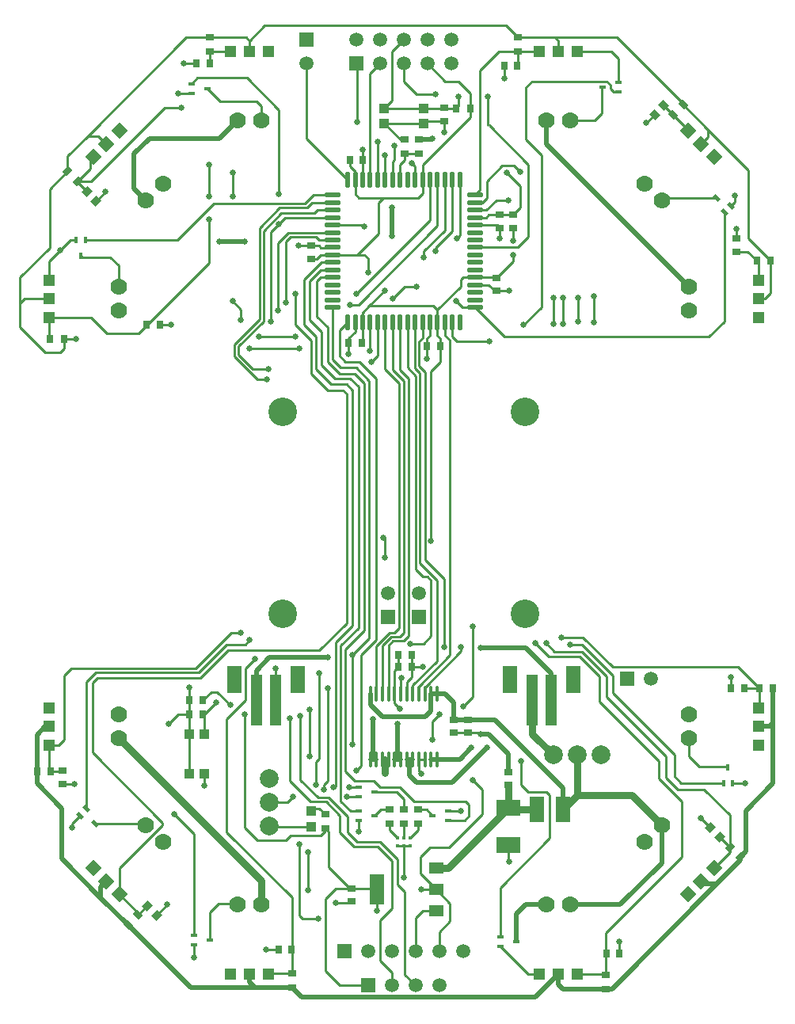
<source format=gtl>
%FSLAX25Y25*%
%MOIN*%
G70*
G01*
G75*
G04 Layer_Physical_Order=1*
G04 Layer_Color=13311*
%ADD10R,0.06299X0.11811*%
%ADD11R,0.04921X0.21654*%
%ADD12R,0.03543X0.02756*%
%ADD13R,0.03150X0.01575*%
%ADD14R,0.01772X0.01772*%
%ADD15R,0.01575X0.01772*%
%ADD16R,0.06299X0.10630*%
G04:AMPARAMS|DCode=17|XSize=35.43mil|YSize=31.5mil|CornerRadius=0mil|HoleSize=0mil|Usage=FLASHONLY|Rotation=135.000|XOffset=0mil|YOffset=0mil|HoleType=Round|Shape=Rectangle|*
%AMROTATEDRECTD17*
4,1,4,0.02366,-0.00139,0.00139,-0.02366,-0.02366,0.00139,-0.00139,0.02366,0.02366,-0.00139,0.0*
%
%ADD17ROTATEDRECTD17*%

%ADD18R,0.09843X0.06693*%
%ADD19R,0.03543X0.03150*%
%ADD20R,0.06299X0.12992*%
%ADD21R,0.06299X0.05118*%
%ADD22R,0.03937X0.04331*%
%ADD23R,0.03150X0.03543*%
G04:AMPARAMS|DCode=24|XSize=35.43mil|YSize=31.5mil|CornerRadius=0mil|HoleSize=0mil|Usage=FLASHONLY|Rotation=225.000|XOffset=0mil|YOffset=0mil|HoleType=Round|Shape=Rectangle|*
%AMROTATEDRECTD24*
4,1,4,0.00139,0.02366,0.02366,0.00139,-0.00139,-0.02366,-0.02366,-0.00139,0.00139,0.02366,0.0*
%
%ADD24ROTATEDRECTD24*%

%ADD25O,0.01378X0.06693*%
%ADD26R,0.02756X0.03543*%
G04:AMPARAMS|DCode=27|XSize=35.43mil|YSize=27.56mil|CornerRadius=0mil|HoleSize=0mil|Usage=FLASHONLY|Rotation=315.000|XOffset=0mil|YOffset=0mil|HoleType=Round|Shape=Rectangle|*
%AMROTATEDRECTD27*
4,1,4,-0.02227,0.00278,-0.00278,0.02227,0.02227,-0.00278,0.00278,-0.02227,-0.02227,0.00278,0.0*
%
%ADD27ROTATEDRECTD27*%

G04:AMPARAMS|DCode=28|XSize=35.43mil|YSize=27.56mil|CornerRadius=0mil|HoleSize=0mil|Usage=FLASHONLY|Rotation=45.000|XOffset=0mil|YOffset=0mil|HoleType=Round|Shape=Rectangle|*
%AMROTATEDRECTD28*
4,1,4,-0.00278,-0.02227,-0.02227,-0.00278,0.00278,0.02227,0.02227,0.00278,-0.00278,-0.02227,0.0*
%
%ADD28ROTATEDRECTD28*%

G04:AMPARAMS|DCode=29|XSize=15.75mil|YSize=31.5mil|CornerRadius=0mil|HoleSize=0mil|Usage=FLASHONLY|Rotation=225.000|XOffset=0mil|YOffset=0mil|HoleType=Round|Shape=Rectangle|*
%AMROTATEDRECTD29*
4,1,4,-0.00557,0.01670,0.01670,-0.00557,0.00557,-0.01670,-0.01670,0.00557,-0.00557,0.01670,0.0*
%
%ADD29ROTATEDRECTD29*%

%ADD30R,0.01575X0.03150*%
%ADD31O,0.02165X0.06890*%
%ADD32O,0.06890X0.02165*%
%ADD33R,0.03937X0.03937*%
%ADD34R,0.03937X0.03937*%
%ADD35C,0.01000*%
%ADD36C,0.02000*%
%ADD37C,0.03000*%
%ADD38C,0.12000*%
%ADD39R,0.05906X0.05906*%
%ADD40C,0.05906*%
%ADD41R,0.05906X0.05906*%
%ADD42R,0.04921X0.04921*%
%ADD43P,0.06960X4X180.0*%
%ADD44R,0.04921X0.04921*%
%ADD45P,0.06960X4X270.0*%
%ADD46C,0.07000*%
%ADD47C,0.07874*%
%ADD48C,0.02500*%
D10*
X71386Y-70142D02*
D03*
X44614D02*
D03*
X-44614D02*
D03*
X-71386D02*
D03*
D11*
X61937Y-79000D02*
D03*
X54063D02*
D03*
X-54063D02*
D03*
X-61937D02*
D03*
D12*
X6000Y-125047D02*
D03*
Y-130953D02*
D03*
X0Y-125047D02*
D03*
Y-130953D02*
D03*
X-6000Y-125047D02*
D03*
Y-130953D02*
D03*
X-33000Y-127047D02*
D03*
Y-132953D02*
D03*
X48000Y199953D02*
D03*
Y194047D02*
D03*
X-81500Y199953D02*
D03*
Y194047D02*
D03*
X85000Y-200453D02*
D03*
Y-194547D02*
D03*
X-47000Y-199953D02*
D03*
Y-194047D02*
D03*
X500Y151047D02*
D03*
Y156953D02*
D03*
X6500Y156953D02*
D03*
Y151047D02*
D03*
D13*
X18846Y-129469D02*
D03*
Y-125531D02*
D03*
X12154Y-127500D02*
D03*
X-18846Y-115532D02*
D03*
Y-119468D02*
D03*
X-12154Y-117500D02*
D03*
X-18846Y-125531D02*
D03*
Y-129469D02*
D03*
X-12154Y-127500D02*
D03*
X90346Y177032D02*
D03*
Y180968D02*
D03*
X83653Y179000D02*
D03*
X-89346Y180468D02*
D03*
Y176532D02*
D03*
X-82653Y178500D02*
D03*
X40653Y-178532D02*
D03*
Y-182468D02*
D03*
X47346Y-180500D02*
D03*
X-88346Y-178032D02*
D03*
Y-181968D02*
D03*
X-81653Y-180000D02*
D03*
D14*
X2657Y-140173D02*
D03*
X-2657D02*
D03*
Y-136827D02*
D03*
X2657D02*
D03*
D15*
X0Y-140173D02*
D03*
Y-136827D02*
D03*
D16*
X67012Y-125000D02*
D03*
X55988D02*
D03*
D17*
X105551Y167551D02*
D03*
X109449Y171449D02*
D03*
D18*
X44000Y-124126D02*
D03*
Y-139874D02*
D03*
D19*
X140000Y115256D02*
D03*
Y109744D02*
D03*
X46000Y125256D02*
D03*
Y119744D02*
D03*
X39000Y93244D02*
D03*
Y98756D02*
D03*
X-39000Y112256D02*
D03*
Y106744D02*
D03*
X17000Y164744D02*
D03*
Y170256D02*
D03*
X40500Y125256D02*
D03*
Y119744D02*
D03*
X-143500Y-108744D02*
D03*
Y-114256D02*
D03*
X21000Y-87244D02*
D03*
Y-92756D02*
D03*
X27000Y-87244D02*
D03*
Y-92756D02*
D03*
X-22000Y-158244D02*
D03*
Y-163756D02*
D03*
X44000Y-109244D02*
D03*
Y-114756D02*
D03*
D20*
X-11248Y-158500D02*
D03*
D21*
X13555Y-167555D02*
D03*
Y-158500D02*
D03*
Y-149445D02*
D03*
D22*
X-39000Y-125654D02*
D03*
Y-132346D02*
D03*
D23*
X42244Y188000D02*
D03*
X47756D02*
D03*
X-87256Y189000D02*
D03*
X-81744D02*
D03*
X-102744Y79000D02*
D03*
X-108256D02*
D03*
X-23256Y71500D02*
D03*
X-17744D02*
D03*
X9744Y70000D02*
D03*
X15256D02*
D03*
X-17244Y148500D02*
D03*
X-22756D02*
D03*
X-84744Y-85000D02*
D03*
X-90256D02*
D03*
X-47244Y-184000D02*
D03*
X-52756D02*
D03*
X85244Y-185500D02*
D03*
X90756D02*
D03*
X143256Y-74000D02*
D03*
X137744D02*
D03*
X-2256Y-65000D02*
D03*
X3256D02*
D03*
X-2256Y-60000D02*
D03*
X3256D02*
D03*
D24*
X-129551Y131051D02*
D03*
X-133449Y134949D02*
D03*
X-107949Y-165551D02*
D03*
X-104051Y-169449D02*
D03*
X132949Y-136449D02*
D03*
X129051Y-132551D02*
D03*
D25*
X14075Y-76221D02*
D03*
X11516D02*
D03*
X8957D02*
D03*
X6398D02*
D03*
X3839D02*
D03*
X1280D02*
D03*
X-1280D02*
D03*
X-3839D02*
D03*
X-6398D02*
D03*
X-8957D02*
D03*
X-11516D02*
D03*
X-14075D02*
D03*
X14075Y-103779D02*
D03*
X11516D02*
D03*
X8957D02*
D03*
X6398D02*
D03*
X3839D02*
D03*
X1280D02*
D03*
X-1280D02*
D03*
X-3839D02*
D03*
X-6398D02*
D03*
X-8957D02*
D03*
X-11516D02*
D03*
X-14075D02*
D03*
D26*
X154453Y106000D02*
D03*
X148547D02*
D03*
X-143047Y73000D02*
D03*
X-148953D02*
D03*
X155453Y-74000D02*
D03*
X149547D02*
D03*
X-154453Y-109000D02*
D03*
X-148547D02*
D03*
X-84547Y-79000D02*
D03*
X-90453D02*
D03*
X22047Y170000D02*
D03*
X27953D02*
D03*
D27*
X117588Y171588D02*
D03*
X113412Y167412D02*
D03*
X-116088Y-173588D02*
D03*
X-111912Y-169412D02*
D03*
D28*
X-141588Y143588D02*
D03*
X-137412Y139412D02*
D03*
X141588Y-145088D02*
D03*
X137412Y-140912D02*
D03*
D29*
X134974Y126242D02*
D03*
X137758Y129026D02*
D03*
X131634Y132366D02*
D03*
X-133474Y-124742D02*
D03*
X-136258Y-127526D02*
D03*
X-130134Y-130866D02*
D03*
D30*
X-134031Y114847D02*
D03*
X-137969D02*
D03*
X-136000Y108153D02*
D03*
X134531Y-113847D02*
D03*
X138469D02*
D03*
X136500Y-107153D02*
D03*
D31*
X23622Y140020D02*
D03*
X20472D02*
D03*
X17323D02*
D03*
X14173D02*
D03*
X11024D02*
D03*
X7874D02*
D03*
X4724D02*
D03*
X1575D02*
D03*
X-1575D02*
D03*
X-4724D02*
D03*
X-7874D02*
D03*
X-11024D02*
D03*
X-14173D02*
D03*
X-17323D02*
D03*
X-20472D02*
D03*
X-23622D02*
D03*
X-23622Y79980D02*
D03*
X-20472D02*
D03*
X-17323D02*
D03*
X-14173D02*
D03*
X-11024D02*
D03*
X-7874D02*
D03*
X-4724D02*
D03*
X-1575D02*
D03*
X1575D02*
D03*
X4724D02*
D03*
X7874D02*
D03*
X11024D02*
D03*
X14173D02*
D03*
X17323D02*
D03*
X20472D02*
D03*
X23622D02*
D03*
D32*
X-30020Y133622D02*
D03*
Y130473D02*
D03*
Y127323D02*
D03*
Y124173D02*
D03*
Y121024D02*
D03*
Y117874D02*
D03*
Y114724D02*
D03*
Y111575D02*
D03*
Y108425D02*
D03*
Y105276D02*
D03*
Y102126D02*
D03*
Y98976D02*
D03*
Y95827D02*
D03*
Y92677D02*
D03*
Y89528D02*
D03*
Y86378D02*
D03*
X30020Y86378D02*
D03*
Y89528D02*
D03*
Y92677D02*
D03*
Y95827D02*
D03*
Y98976D02*
D03*
Y102126D02*
D03*
Y105276D02*
D03*
Y108425D02*
D03*
Y111575D02*
D03*
Y114724D02*
D03*
Y117874D02*
D03*
Y121024D02*
D03*
Y124173D02*
D03*
Y127323D02*
D03*
Y130473D02*
D03*
Y133622D02*
D03*
D33*
X-90150Y-109768D02*
D03*
Y-93232D02*
D03*
X-83850Y-109768D02*
D03*
Y-93232D02*
D03*
D34*
X-8268Y170150D02*
D03*
X8268D02*
D03*
X-8268Y163850D02*
D03*
X8268D02*
D03*
D35*
X-10500Y117500D02*
Y130500D01*
X-19500Y108500D02*
X-10500Y117500D01*
X-19500Y108500D02*
X-16500D01*
X-15000Y101000D02*
Y107000D01*
X-16500Y108500D02*
X-15000Y107000D01*
X-8500Y-10500D02*
X-8000Y-11000D01*
Y-19000D02*
Y-11000D01*
X12000Y-88000D02*
X15000Y-85000D01*
X12000Y-95500D02*
Y-88000D01*
X-3839Y-80161D02*
Y-76221D01*
Y-80161D02*
X-1500Y-82500D01*
X-90150Y-109768D02*
Y-93232D01*
X49500Y-114500D02*
Y-104500D01*
Y-114500D02*
X52500Y-117500D01*
X40653Y-178532D02*
Y-157846D01*
X61500Y-137000D01*
Y-119000D01*
X60000Y-117500D02*
X61500Y-119000D01*
X52500Y-117500D02*
X60000D01*
X-67000Y-132500D02*
Y-85000D01*
Y-132500D02*
X-61500Y-138000D01*
X-49500D01*
X-47500Y-136000D01*
X-35000D01*
X-33000Y-134000D01*
Y-132953D01*
X-78500Y-75500D02*
X-73000Y-81000D01*
X-54063Y-65563D02*
X-54000Y-65500D01*
X-54063Y-79000D02*
Y-65563D01*
X-81047Y-75500D02*
X-78500D01*
X-84547Y-79000D02*
X-81047Y-75500D01*
X29000Y-77500D02*
Y-48000D01*
X25000Y-81500D02*
X29000Y-77500D01*
X-52200Y128300D02*
X-40700D01*
X-60700Y119800D02*
X-52200Y128300D01*
X-60700Y81300D02*
Y119800D01*
X-71200Y70800D02*
X-60700Y81300D01*
X-71200Y65700D02*
Y70800D01*
Y65700D02*
X-61500Y56000D01*
X-57500D01*
X-48000Y-113000D02*
Y-86500D01*
Y-113000D02*
X-39300Y-121700D01*
X-43500Y-112500D02*
Y-85500D01*
Y-112500D02*
X-36000Y-120000D01*
X-39300Y-121700D02*
X-32800D01*
X-36000Y-120000D02*
X-31500D01*
X-32800Y-121700D02*
X-27000Y-127500D01*
Y-134500D02*
Y-127500D01*
Y-134500D02*
X-21000Y-140500D01*
X-11000D01*
X-5000Y-146500D01*
Y-166500D02*
Y-146500D01*
X-10000Y-171500D02*
X-5000Y-166500D01*
X-10000Y-188500D02*
Y-171500D01*
Y-188500D02*
X-5000Y-193500D01*
Y-199000D02*
Y-193500D01*
X-31500Y-120000D02*
X-23500Y-128000D01*
Y-134500D02*
Y-128000D01*
X-33500Y-114500D02*
X-32000Y-113000D01*
X-33500Y-116750D02*
Y-114500D01*
X-35500Y-124547D02*
X-33000Y-127047D01*
Y-132953D02*
X-31500Y-134453D01*
X-22468Y-125531D02*
X-18846D01*
X-26500Y-121500D02*
X-22468Y-125531D01*
X-26500Y-121500D02*
Y-56000D01*
X-23500Y-134500D02*
X-19500Y-138500D01*
X-10000D01*
X-2500Y-146000D01*
Y-156500D02*
Y-146000D01*
Y-156500D02*
X500Y-159500D01*
Y-194500D02*
Y-159500D01*
Y-194500D02*
X5000Y-199000D01*
X7500Y-158500D02*
X13555D01*
X-11248Y-167748D02*
Y-158500D01*
X-63500Y60500D02*
X-57000D01*
X-69500Y66500D02*
X-63500Y60500D01*
X-69500Y66500D02*
Y70000D01*
X-59000Y80500D01*
Y118500D01*
X-51500Y126000D01*
X-37500D01*
X-36177Y127323D01*
X-30020D01*
X-49827Y124173D02*
X-30020D01*
X-52500Y121500D02*
X-49827Y124173D01*
X-56000Y118000D02*
X-52500Y121500D01*
X-56000Y80500D02*
Y118000D01*
X-40700Y128300D02*
X-38528Y130473D01*
X-30020D01*
X-68500Y81000D02*
Y85500D01*
X-72000Y89000D02*
X-68500Y85500D01*
X-65000Y69000D02*
X-44000D01*
X-4500Y90000D02*
X500Y95000D01*
X5500D01*
X22000Y89000D02*
X24622Y86378D01*
X14173Y85327D02*
X24000Y95153D01*
X12500Y87000D02*
X14173Y85327D01*
X24000Y95153D02*
Y98000D01*
X24622Y86378D02*
X30020D01*
X-61000Y74000D02*
X-45500D01*
X-138000Y73000D02*
X-138000Y73000D01*
X-143047Y73000D02*
X-138000D01*
X-72500Y-50500D02*
X-68500D01*
X-87500Y-65500D02*
X-72500Y-50500D01*
X-140000Y-65500D02*
X-87500D01*
X-66500Y-55500D02*
X-65000Y-53500D01*
X-74500Y-55500D02*
X-66500D01*
Y-65500D02*
X-62500Y-61500D01*
X-62000D01*
X-86200Y-67200D02*
X-74500Y-55500D01*
X-66500Y-79000D02*
Y-65500D01*
X-74500Y-87000D02*
X-66500Y-79000D01*
X63000Y79500D02*
Y90500D01*
X55500Y-55000D02*
X61000Y-60500D01*
X74000D01*
X67000Y79500D02*
Y90500D01*
X74000Y-60500D02*
X82500Y-69000D01*
Y-79500D02*
Y-69000D01*
Y-79500D02*
X107500Y-104500D01*
Y-112000D02*
Y-104500D01*
Y-112000D02*
X117000Y-121500D01*
Y-145000D02*
Y-121500D01*
X85000Y-177000D02*
X117000Y-145000D01*
X85000Y-194547D02*
Y-177000D01*
X60000Y-55000D02*
X63500Y-58500D01*
X75000D01*
X85500Y-69000D01*
Y-77500D02*
Y-69000D01*
Y-77500D02*
X110500Y-102500D01*
Y-111500D02*
Y-102500D01*
Y-111500D02*
X115500Y-116500D01*
X126500D01*
X137412Y-127412D01*
X116847Y-113847D02*
X134531D01*
X114000Y-111000D02*
X116847Y-113847D01*
X114000Y-111000D02*
Y-102000D01*
X88000Y-76000D02*
X114000Y-102000D01*
X88000Y-76000D02*
Y-68500D01*
X75000Y-55500D02*
X88000Y-68500D01*
X70000Y-55500D02*
X75000D01*
X73500Y80500D02*
Y90500D01*
X-18024Y121024D02*
X-17500Y120500D01*
X-16500D01*
X-30020Y121024D02*
X-18024D01*
X-10500Y130500D02*
X-8500Y132500D01*
X6000D01*
X-19000D02*
X-8500D01*
X-20472Y133972D02*
X-19000Y132500D01*
X-30020Y108425D02*
X-19000Y108491D01*
X13500Y110000D02*
Y111500D01*
X8500Y107500D02*
Y110000D01*
X17323Y118823D01*
X80000Y80000D02*
Y91000D01*
X66500Y-52500D02*
X75500D01*
X88000Y-65000D01*
X140547D01*
X149547Y-74000D01*
X46000Y119744D02*
X46000Y119744D01*
Y114500D02*
Y119744D01*
Y105756D02*
Y108500D01*
X39000Y98756D02*
X46000Y105756D01*
X48000Y194047D02*
X48185Y194232D01*
X57126D01*
X43500Y143000D02*
X49000Y137500D01*
Y128256D02*
Y137500D01*
X46000Y125256D02*
X49000Y128256D01*
X35000Y139500D02*
X41500Y146000D01*
X46500D01*
X49000Y143500D01*
X35000Y132500D02*
Y139500D01*
X32972Y130473D02*
X35000Y132500D01*
X30020Y130473D02*
X32972D01*
X-65000Y198500D02*
X-58500Y205000D01*
X42953D01*
X48000Y199953D01*
X-80000Y130000D02*
X-41500D01*
X-95153Y114847D02*
X-80000Y130000D01*
X-41500D02*
X-37878Y133622D01*
X7874Y134374D02*
Y140020D01*
X6000Y132500D02*
X7874Y134374D01*
X-20472Y133972D02*
Y140020D01*
X-14500Y87000D02*
X-8000Y93500D01*
X24000Y98000D02*
X24976Y98976D01*
X30020D01*
X14173Y79980D02*
Y85327D01*
X-14500Y87000D02*
X12500D01*
X-17323Y84177D02*
X-14500Y87000D01*
X-17323Y79980D02*
Y84177D01*
X11500Y-12000D02*
Y59500D01*
X15256Y63256D01*
Y70000D01*
X-40447Y-159000D02*
Y-143000D01*
X-32000Y-113000D02*
Y-74000D01*
X-35500Y-103500D02*
Y-67500D01*
X-37000Y-105000D02*
X-35500Y-103500D01*
X-37000Y-114500D02*
Y-105000D01*
X-44000Y-169500D02*
Y-139500D01*
Y-169500D02*
X-42500Y-171000D01*
X-36000D01*
X0Y-153500D02*
Y-140173D01*
X-27000Y-199000D02*
X-15000D01*
X-33000Y-193000D02*
X-27000Y-199000D01*
X-33000Y-193000D02*
Y-162500D01*
X-39500Y-83000D02*
Y-82500D01*
Y-102500D02*
Y-83000D01*
X-53000Y85000D02*
Y113500D01*
X-48626Y117874D01*
X-30020D01*
X-96500Y-127000D02*
X-88346Y-135153D01*
Y-178032D02*
Y-135153D01*
X-74500Y-134500D02*
Y-87000D01*
Y-134500D02*
X-47000Y-162000D01*
Y-194047D02*
Y-162000D01*
X-22500Y87500D02*
X-19000D01*
X14173Y120673D01*
Y140020D01*
X17323Y118823D02*
Y140020D01*
X13500Y111500D02*
X20472Y118473D01*
Y140020D01*
X22500Y115500D02*
X23622Y116622D01*
Y140020D01*
X-35500Y-58000D02*
X-24000Y-46500D01*
X-74000Y-58000D02*
X-35500D01*
X-85500Y-69500D02*
X-74000Y-58000D01*
X-129000Y-69500D02*
X-85500D01*
X-131000Y-71500D02*
X-129000Y-69500D01*
X-131000Y-101000D02*
Y-71500D01*
Y-101000D02*
X-101500Y-130500D01*
Y-131500D02*
Y-130500D01*
X-119622Y-149622D02*
X-101500Y-131500D01*
X-119622Y-160757D02*
Y-149622D01*
X-129500Y-67200D02*
X-86200D01*
X-133474Y-71174D02*
X-129500Y-67200D01*
X-133474Y-124742D02*
Y-71174D01*
X-24000Y-46500D02*
Y50000D01*
X-25500Y51500D02*
X-24000Y50000D01*
X-32000Y51500D02*
X-25500D01*
X-39000Y58500D02*
X-32000Y51500D01*
X-39000Y58500D02*
Y72500D01*
X-45500Y79000D02*
X-39000Y72500D01*
X-45500Y79000D02*
Y92000D01*
X-20000D02*
X11024Y123024D01*
Y140020D01*
X-72000Y133000D02*
Y143000D01*
X3500Y147000D02*
X4724Y145776D01*
Y140020D02*
Y145776D01*
X-143000Y-68500D02*
X-140000Y-65500D01*
X-143000Y-95500D02*
Y-68500D01*
X-145374Y-97874D02*
X-143000Y-95500D01*
X-149232Y-97874D02*
X-145374D01*
X-28700Y-115200D02*
Y-54700D01*
X-29000Y-115500D02*
X-28700Y-115200D01*
X-95000Y-85000D02*
X-90256D01*
X-99000Y-89000D02*
X-95000Y-85000D01*
X-90453Y-79000D02*
X-90256Y-79197D01*
Y-85000D02*
Y-79197D01*
X-90453Y-79000D02*
Y-73547D01*
X-21500Y-97500D02*
Y-60000D01*
X-18878Y-115500D02*
X-18846Y-115532D01*
X-23000Y-115500D02*
X-18878D01*
X-29500D02*
X-29000D01*
X-26500Y-56000D02*
X-19000Y-48500D01*
X-28700Y-54700D02*
X-21500Y-47500D01*
Y51500D01*
X-24000Y54000D02*
X-21500Y51500D01*
X-30500Y54000D02*
X-24000D01*
X-37000Y60500D02*
X-30500Y54000D01*
X-37000Y60500D02*
Y74000D01*
X-42000Y79000D02*
X-37000Y74000D01*
X-19000Y-48500D02*
Y53000D01*
X-22500Y56500D02*
X-19000Y53000D01*
X-29000Y56500D02*
X-22500D01*
X-34500Y62000D02*
X-29000Y56500D01*
X-34500Y62000D02*
Y76000D01*
X-39500Y81000D02*
X-34500Y76000D01*
X137412Y-142967D02*
Y-140912D01*
X130757Y-149622D02*
X137412Y-142967D01*
X52417Y-194232D02*
X57126D01*
X40653Y-182468D02*
X52417Y-194232D01*
X-111912Y-169412D02*
Y-168467D01*
X-119622Y-160757D02*
X-111912Y-168467D01*
X-139500Y-132500D02*
Y-130767D01*
X-136258Y-127526D01*
X-84744Y-85000D02*
X-83850Y-85894D01*
Y-93232D02*
Y-85894D01*
Y-114850D02*
Y-109768D01*
X-90256Y-93126D02*
Y-85000D01*
X-84000D02*
X-79000Y-80000D01*
X-84744Y-85000D02*
X-84000D01*
X24000Y-58407D02*
Y-56500D01*
X8957Y-73451D02*
X24000Y-58407D01*
X8957Y-76221D02*
Y-73451D01*
X17000Y-56500D02*
Y-28000D01*
X9000Y-20000D02*
X17000Y-28000D01*
X9000Y-20000D02*
Y59000D01*
X6424Y61576D02*
X9000Y59000D01*
X6424Y61576D02*
Y71924D01*
X7874Y73374D01*
X4724Y60776D02*
X6700Y58800D01*
X4724Y60776D02*
Y79980D01*
X6700Y-21200D02*
Y58800D01*
X5000Y-24000D02*
Y57500D01*
X1575Y60925D02*
X5000Y57500D01*
X1575Y60925D02*
Y79980D01*
X2000Y-52000D02*
Y56500D01*
X-1575Y60075D02*
X2000Y56500D01*
X-1575Y60075D02*
Y79980D01*
X0Y-50500D02*
Y55500D01*
X-4724Y60224D02*
X0Y55500D01*
X-4724Y60224D02*
Y79980D01*
X-2000Y-48500D02*
Y54500D01*
X-7874Y60374D02*
X-2000Y54500D01*
X-7874Y60374D02*
Y79980D01*
X6700Y-21200D02*
X14000Y-28500D01*
Y-62500D02*
Y-28500D01*
X3839Y-72661D02*
X14000Y-62500D01*
X3839Y-76221D02*
Y-72661D01*
X19500Y-60000D02*
Y72500D01*
X6398Y-73102D02*
X19500Y-60000D01*
X6398Y-76221D02*
Y-73102D01*
X8261Y-55239D02*
X11500Y-52000D01*
X2761Y-55239D02*
X8261D01*
X0Y-54000D02*
X2000Y-52000D01*
X11500D02*
Y-28500D01*
X10000Y-27000D02*
X11500Y-28500D01*
X8000Y-27000D02*
X10000D01*
X5000Y-24000D02*
X8000Y-27000D01*
X17323Y74677D02*
Y79980D01*
Y74677D02*
X19500Y72500D01*
X-8000Y-103779D02*
X-6398D01*
X-8957D02*
X-8000D01*
X8000Y-65000D02*
X8000Y-65000D01*
X29000Y-112500D02*
X33000Y-116500D01*
Y-127000D02*
Y-116500D01*
X19000Y-141000D02*
X33000Y-127000D01*
X11000Y-141000D02*
X19000D01*
X7000Y-145000D02*
X11000Y-141000D01*
X7000Y-151945D02*
Y-145000D01*
Y-151945D02*
X13555Y-158500D01*
X18846Y-129469D02*
X25532D01*
X27500Y-127500D01*
Y-123000D01*
X26000Y-121500D02*
X27500Y-123000D01*
X4500Y-121500D02*
X26000D01*
X-1500Y-115500D02*
X4500Y-121500D01*
X-10000Y-115500D02*
X-1500D01*
X-12500Y-113000D02*
X-10000Y-115500D01*
X-20500Y-113000D02*
X-12500D01*
X-24500Y-109000D02*
X-20500Y-113000D01*
X-49000Y-122000D02*
X-46500Y-119500D01*
X-56563Y-122000D02*
X-49000D01*
X-20000Y-108500D02*
X-18000Y-106500D01*
Y-60000D01*
X-24500Y-109000D02*
Y-57500D01*
X-16500Y-49500D01*
Y54500D01*
X-20500Y58500D02*
X-16500Y54500D01*
X-27000Y58500D02*
X-20500D01*
X-32000Y63500D02*
X-27000Y58500D01*
X-32000Y63500D02*
Y78000D01*
X-36500Y82500D02*
X-32000Y78000D01*
X-21500Y-60000D02*
X-14500Y-53000D01*
Y55500D01*
X-20000Y61000D02*
X-14500Y55500D01*
X-26500Y61000D02*
X-20000D01*
X-30020Y64520D02*
X-26500Y61000D01*
X-30020Y64520D02*
Y86378D01*
X-27000Y76602D02*
X-23622Y79980D01*
X-27000Y66000D02*
Y76602D01*
Y66000D02*
X-24500Y63500D01*
X-18500D01*
X-18000Y-60000D02*
X-11500Y-53500D01*
Y56500D01*
X-18500Y63500D02*
X-11500Y56500D01*
X-4100Y-50600D02*
X-2000Y-48500D01*
X-5908Y-50600D02*
X-4100D01*
X-1800Y-52300D02*
X0Y-50500D01*
X-11516Y-56207D02*
X-5908Y-50600D01*
X-11516Y-76221D02*
Y-56207D01*
X-8957Y-76221D02*
Y-56053D01*
X-5204Y-52300D01*
X-1800D01*
X-4500Y-54000D02*
X0D01*
X-6398Y-55898D02*
X-4500Y-54000D01*
X-6398Y-76221D02*
Y-55898D01*
X7874Y73374D02*
Y79980D01*
X1280Y-71220D02*
X3256Y-69244D01*
X1280Y-76221D02*
Y-71220D01*
X-11024Y65976D02*
Y79980D01*
X-13500Y63500D02*
X-11024Y65976D01*
X-14173Y68173D02*
Y79980D01*
X13555Y-158500D02*
X19500Y-164445D01*
Y-172000D02*
Y-164445D01*
X15000Y-176500D02*
X19500Y-172000D01*
X15000Y-184500D02*
Y-176500D01*
X5000Y-184500D02*
Y-170500D01*
X7945Y-167555D01*
X13555D01*
X-39000Y106744D02*
X-36756D01*
X-35075Y108425D01*
X-30020D01*
X-39000Y112256D02*
X-35756D01*
X-35000Y111500D01*
X-30095D01*
X-30020Y111575D01*
X-20472Y76028D02*
Y79980D01*
X-23256Y73244D02*
X-20472Y76028D01*
X-23256Y71500D02*
Y73244D01*
X-17323Y71921D02*
Y79980D01*
X-17744Y71500D02*
X-17323Y71921D01*
X-20472Y140020D02*
Y143472D01*
X-22756Y145756D02*
X-20472Y143472D01*
X-22756Y145756D02*
Y148500D01*
X-17323Y140020D02*
Y148421D01*
X-17244Y148500D01*
Y152756D01*
X-44256Y112256D02*
X-39000D01*
X-23256Y66744D02*
Y71500D01*
X11024Y74524D02*
Y79980D01*
X9744Y73244D02*
X11024Y74524D01*
X9744Y70000D02*
Y73244D01*
X14173Y74327D02*
Y79980D01*
Y74327D02*
X15256Y73244D01*
Y70000D02*
Y73244D01*
X9744Y64756D02*
Y70000D01*
X30020Y98976D02*
X38780D01*
X38256Y93244D02*
X39000D01*
X35673Y95827D02*
X38256Y93244D01*
X30020Y95827D02*
X35673D01*
X39000Y93244D02*
X44244D01*
X30020Y124173D02*
X34673D01*
X35756Y125256D01*
X-14173Y140020D02*
Y184827D01*
X-10000Y189000D01*
X-11024Y140020D02*
Y155976D01*
X-19500Y164453D02*
Y188500D01*
X-20000Y189000D02*
X-19500Y188500D01*
X-5000Y194000D02*
X0Y199000D01*
X-5000Y173417D02*
Y194000D01*
X-8268Y170150D02*
X-5000Y173417D01*
X-8268Y170150D02*
X8268D01*
X-8268Y163850D02*
X8268D01*
X9161Y164744D01*
X17000D01*
X17000Y164744D01*
X17000Y160000D02*
Y164744D01*
X-7874Y140020D02*
Y150374D01*
X-8268Y163850D02*
X-1370Y156953D01*
X500D01*
Y151047D02*
X6500D01*
X6500Y151047D01*
X-4724Y140020D02*
Y147776D01*
X-4000Y148500D01*
Y154500D01*
X5500Y176000D02*
X13500D01*
X0Y181500D02*
X5500Y176000D01*
X0Y181500D02*
Y189000D01*
X-1575Y140020D02*
Y146425D01*
X500Y148500D01*
Y151047D01*
X-149232Y73280D02*
Y82126D01*
Y73280D02*
X-148953Y73000D01*
X-143047Y69047D02*
Y73000D01*
X-144595Y67500D02*
X-143047Y69047D01*
X-151000Y67500D02*
X-144595D01*
X-161500Y78000D02*
X-151000Y67500D01*
X-161500Y78000D02*
Y88000D01*
X-159500Y90000D01*
X-149232D01*
X-161500Y88000D02*
Y99000D01*
X-149000Y111500D01*
Y136176D01*
X-141588Y143588D01*
Y149912D01*
X-133000Y158500D01*
X-128500D01*
X-125189Y155189D01*
X-133000Y158500D02*
X-91547Y199953D01*
X-81500D01*
X-66453D01*
X-65000Y198500D01*
Y194232D02*
Y198500D01*
X-81315Y194232D02*
X-72874D01*
X-60000Y165000D02*
Y171000D01*
X-94968Y176532D02*
X-89346D01*
X-132000Y148379D02*
X-130757Y149622D01*
X-132000Y144824D02*
Y148379D01*
X-137412Y139412D02*
X-132000Y144824D01*
X-149232Y97874D02*
Y105768D01*
X-140154Y114847D02*
X-137969D01*
X-136000Y108153D02*
X-135346Y107500D01*
X-123547D01*
X-120047Y95047D02*
Y104000D01*
Y95047D02*
X-120000Y95000D01*
X-41000Y157398D02*
X-23622Y140020D01*
X-41000Y157398D02*
Y189000D01*
X-149232Y82126D02*
X-131626D01*
X-125000Y75500D01*
X-111500D01*
X-82000Y105000D01*
Y123500D01*
Y133000D02*
Y146500D01*
X-137412Y139412D02*
X-131588D01*
X-100500Y170500D01*
X-93500D01*
X-37878Y133622D02*
X-30020D01*
X-134031Y114847D02*
X-95153D01*
X10000Y189000D02*
X17500Y181500D01*
X23000D01*
X30020Y111575D02*
X48075D01*
X52500Y116000D01*
Y146500D01*
X36000Y163000D02*
X52500Y146500D01*
X35500Y163000D02*
Y175000D01*
X40047Y194047D02*
X48000D01*
X30020Y133622D02*
X32000Y135602D01*
Y186000D01*
X40047Y194047D01*
X48000Y199953D02*
X63547D01*
X65000Y198500D01*
Y194232D02*
Y198500D01*
X63547Y199953D02*
X89547D01*
X117588Y171912D01*
Y171588D02*
X128000Y161176D01*
Y158000D02*
Y161176D01*
X125189Y155189D02*
X128000Y158000D01*
Y161176D02*
X145000Y144176D01*
Y115453D02*
Y144176D01*
Y115453D02*
X154453Y106000D01*
Y92547D02*
Y106000D01*
X151906Y90000D02*
X154453Y92547D01*
X149232Y90000D02*
X151906D01*
X149232Y97874D02*
Y105315D01*
X148547Y106000D02*
X149232Y105315D01*
X108536Y131465D02*
X109860D01*
X137758Y129026D02*
X139500Y130767D01*
X-149232Y105768D02*
X-144693Y110307D01*
X-140154Y114847D01*
X139500Y130767D02*
Y133500D01*
X119622Y160757D02*
Y161203D01*
X113412Y167412D02*
X119622Y161203D01*
X72874Y194232D02*
X87268D01*
X90346Y191154D01*
Y180968D02*
Y191154D01*
X83500Y168000D02*
Y178847D01*
X30020Y127323D02*
X34823D01*
X39000Y131500D01*
X44000D01*
X30020Y86378D02*
X42398Y74000D01*
X128500D01*
X134974Y80474D01*
Y126242D01*
X20472Y74028D02*
Y79980D01*
Y74028D02*
X22500Y72000D01*
X36000D01*
X50500Y79000D02*
X58000Y86500D01*
Y150500D01*
X51500Y157000D02*
X58000Y150500D01*
X51500Y157000D02*
Y179000D01*
X54000Y181500D01*
X88468Y177032D02*
X90346D01*
X54000Y181500D02*
X85500D01*
X87000Y178500D02*
X88468Y177032D01*
X87000Y178500D02*
Y180000D01*
X85500Y181500D02*
X87000Y180000D01*
X70000Y165000D02*
X80500D01*
X-1280Y-76221D02*
Y-69779D01*
X-1000Y-69500D01*
X-6531Y-76087D02*
X-6398Y-76221D01*
X44000Y-124126D02*
X44874Y-125000D01*
X-28744Y-164256D02*
X-22000D01*
X-2657Y-140173D02*
X0D01*
X2657D01*
X-6000Y-133484D02*
Y-130953D01*
Y-133484D02*
X-2657Y-136827D01*
X0Y-136827D02*
Y-130953D01*
X6000Y-133484D02*
Y-130953D01*
X2657Y-136827D02*
X6000Y-133484D01*
Y-125047D02*
X9701D01*
X12154Y-127500D01*
X18846Y-125531D02*
X23968D01*
X0Y-125047D02*
Y-120500D01*
X-3000Y-117500D02*
X0Y-120500D01*
X-12154Y-117500D02*
X-3000D01*
X-9701Y-125047D02*
X-6000D01*
X-12154Y-127500D02*
X-9701Y-125047D01*
X-18846Y-134346D02*
Y-129469D01*
X-23968Y-119468D02*
X-18846D01*
X-31500Y-149244D02*
Y-134453D01*
X-37894Y-124547D02*
X-35500D01*
X-39000Y-125654D02*
X-37894Y-124547D01*
X149547Y-81811D02*
Y-74000D01*
X149232Y-82126D02*
X149547Y-81811D01*
X72874Y-194232D02*
X84685D01*
X15000Y-199000D02*
X16500D01*
X44000Y-146500D02*
Y-139874D01*
Y-146500D02*
X44500Y-147000D01*
X138469Y-113847D02*
X143846D01*
X124500Y-107000D02*
X136346D01*
X136500Y-107153D01*
X-56941Y-194047D02*
X-47000D01*
X-57126Y-194232D02*
X-56941Y-194047D01*
X-149232Y-108315D02*
Y-97874D01*
Y-108315D02*
X-148547Y-109000D01*
X-88346Y-187153D02*
Y-181968D01*
X-70453Y-164547D02*
X-70000Y-165000D01*
X6398Y-103779D02*
X8957D01*
X6398Y-108898D02*
Y-103779D01*
Y-108898D02*
X7500Y-110000D01*
X-89346Y180468D02*
X-86815Y183000D01*
X-66000D01*
X-52500Y169500D01*
Y134000D02*
Y169500D01*
X-35024Y98976D02*
X-30020D01*
X-36500Y97500D02*
X-35024Y98976D01*
X-36500Y82500D02*
Y97500D01*
X18846Y-129469D02*
X18878Y-129500D01*
X-34874Y102126D02*
X-30020D01*
X-39500Y97500D02*
X-34874Y102126D01*
X-39500Y81000D02*
Y97500D01*
X-34724Y105276D02*
X-30020D01*
X-42000Y98000D02*
X-34724Y105276D01*
X-42000Y79000D02*
Y98000D01*
X-35724Y114724D02*
X-30020D01*
X-37000Y116000D02*
X-35724Y114724D01*
X-47500Y116000D02*
X-37000D01*
X-49500Y114000D02*
X-47500Y116000D01*
X-49500Y88500D02*
Y114000D01*
X7874Y140020D02*
Y146374D01*
X113412Y167412D02*
Y167485D01*
X109449Y171449D02*
X113412Y167485D01*
X102000Y164000D02*
X105551Y167551D01*
X80500Y165000D02*
X83500Y168000D01*
X109860Y131465D02*
X110761Y132366D01*
X131634D01*
X35756Y125256D02*
X40500D01*
X46000D01*
X30020Y121024D02*
X39220D01*
X40500Y119744D01*
Y115500D02*
Y119744D01*
Y115500D02*
X40500Y115500D01*
X137412Y-140912D02*
Y-140912D01*
X132949Y-136449D02*
X137412Y-140912D01*
Y-127412D01*
X125000Y-128500D02*
X129051Y-132551D01*
X120000Y-102500D02*
X124500Y-107000D01*
X120000Y-102453D02*
Y-95000D01*
Y-102453D02*
X120047Y-102500D01*
X90756Y-185500D02*
Y-180744D01*
X-58000Y-184000D02*
X-52756D01*
X-58000Y-184000D02*
X-58000Y-184000D01*
X-81653Y-180000D02*
Y-168154D01*
X-78047Y-164547D01*
X-70453D01*
X-111912Y-169412D02*
X-111810D01*
X-107949Y-165551D01*
X-104051Y-169449D02*
X-99603Y-165000D01*
X143256Y-74000D02*
X149547D01*
X143256Y-74000D02*
X143256Y-74000D01*
X137744Y-74000D02*
Y-69244D01*
X-148547Y-109000D02*
X-143756D01*
X-143500Y-108744D01*
Y-114256D02*
X-138744D01*
X-130134Y-130866D02*
X-109134D01*
X-108536Y-131465D01*
X3256Y-69244D02*
Y-65000D01*
Y-60000D01*
Y-65000D02*
X8000D01*
X-2256D02*
Y-60000D01*
X-4000Y-66744D02*
X-2256Y-65000D01*
X-4000Y-76059D02*
Y-66744D01*
Y-76059D02*
X-3839Y-76221D01*
X21000Y-92756D02*
X27000D01*
X31744D01*
X32244Y-93256D01*
X23000Y170953D02*
Y175000D01*
X144803Y109744D02*
X148547Y106000D01*
X140000Y109744D02*
X144803D01*
X140000Y115256D02*
Y119500D01*
X48000Y188244D02*
Y194047D01*
X47756Y188000D02*
X48000Y188244D01*
X42244Y182744D02*
Y188000D01*
X-81500Y189244D02*
Y194047D01*
X-81744Y189000D02*
X-81500Y189244D01*
X-92500Y189000D02*
X-87256D01*
X-137412Y138912D02*
Y139412D01*
Y138912D02*
X-133449Y134949D01*
X-129551Y131051D02*
X-129449D01*
X-125500Y135000D01*
X-123547Y107500D02*
X-120047Y104000D01*
X-62000Y173000D02*
X-60000Y171000D01*
X-82653Y178500D02*
X-77153Y173000D01*
X-62000D01*
X-102744Y79000D02*
X-98000D01*
X-98000Y79000D01*
X-56563Y-132346D02*
X-39000D01*
X8268Y170150D02*
X22047D01*
Y170000D02*
X23000Y170953D01*
X7874Y146374D02*
X28000Y166500D01*
X23000Y181500D02*
X28000Y176500D01*
X-33000Y-162500D02*
X-28744Y-158244D01*
X-22000D02*
X-11504D01*
X-11248Y-158500D01*
X-28744Y-158244D02*
X-22500D01*
X-22000D01*
X-31500Y-149244D02*
X-22500Y-158244D01*
X-22250Y-158494D01*
X28000Y166500D02*
Y176500D01*
D36*
X11516Y-83484D02*
Y-76221D01*
X9000Y-86000D02*
X11516Y-83484D01*
X-9000Y-86000D02*
X9000D01*
X-14075Y-80925D02*
X-9000Y-86000D01*
X-14075Y-80925D02*
Y-76221D01*
X61937Y-79000D02*
Y-67437D01*
X51500Y-57000D02*
X61937Y-67437D01*
X32500Y-57000D02*
X51500D01*
X-61937Y-66437D02*
X-56500Y-61000D01*
X-32000D01*
X-61937Y-79000D02*
Y-66437D01*
X-5000Y116500D02*
Y128500D01*
X-77500Y114000D02*
X-67000D01*
X-42953Y-204000D02*
X55232D01*
X-47000Y-199953D02*
X-42953Y-204000D01*
X55232D02*
X65000Y-194232D01*
X-2500Y-103779D02*
Y-89000D01*
Y-103779D02*
X-1421D01*
X-3839D02*
X-2500D01*
X2500D02*
X3839D01*
X2500Y-110500D02*
Y-103779D01*
Y-110500D02*
X5500Y-113500D01*
X-13000Y-103779D02*
Y-87000D01*
X-14075Y-103779D02*
X-11516D01*
X-113500Y136429D02*
X-108536Y131465D01*
X-77500Y157500D02*
X-70000Y165000D01*
X-113500Y136429D02*
Y151000D01*
X-107000Y157500D01*
X-77500D01*
X60000Y155000D02*
X120000Y95000D01*
X60000Y155000D02*
Y165000D01*
X6500Y156953D02*
X11453D01*
X12000Y157500D01*
X11516Y-76221D02*
X14075D01*
X17221D01*
X155453Y-88547D02*
Y-74000D01*
X154000Y-90000D02*
X155453Y-88547D01*
X149232Y-90000D02*
X154000D01*
X155453Y-114047D02*
Y-88547D01*
X141588Y-145088D02*
X144000Y-142676D01*
Y-125500D01*
X155453Y-114047D01*
X125189Y-155189D02*
X126176Y-156176D01*
X131824D01*
X141588Y-146412D01*
Y-145088D01*
X87547Y-200453D02*
X131824Y-156176D01*
X85000Y-200453D02*
X87547D01*
X66953D02*
X85000D01*
X65000Y-198500D02*
X66953Y-200453D01*
X65000Y-198500D02*
Y-194232D01*
X70000Y-165000D02*
X91000D01*
X108536Y-147465D01*
Y-131465D01*
X-62547Y-199953D02*
X-47000D01*
X-65000Y-197500D02*
X-62547Y-199953D01*
X-65000Y-197500D02*
Y-194232D01*
X-89723Y-199953D02*
X-62547D01*
X-116088Y-173588D02*
X-89723Y-199953D01*
X-127500Y-162176D02*
X-116088Y-173588D01*
X-127500Y-162176D02*
Y-157500D01*
X-125189Y-155189D01*
X-144000Y-145676D02*
X-127500Y-162176D01*
X-144000Y-145676D02*
Y-124500D01*
X-154453Y-114047D02*
X-144000Y-124500D01*
X-154453Y-114047D02*
Y-109000D01*
Y-93453D01*
X-151000Y-90000D01*
X-149232D01*
X23720Y-103779D02*
X28500Y-99000D01*
X11516Y-103779D02*
X14075D01*
X23720D01*
X67012Y-125000D02*
Y-116012D01*
X32244Y-93256D02*
X35756D01*
X44000Y-101500D01*
X20500Y-113500D02*
X35000Y-99000D01*
X5500Y-113500D02*
X20500D01*
X1280Y-103779D02*
X3839D01*
X44000Y-109244D02*
Y-101500D01*
X17221Y-76221D02*
X21000Y-80000D01*
Y-87244D02*
Y-80000D01*
Y-87244D02*
X27000D01*
X38244D01*
X67012Y-116012D01*
X47500Y-180347D02*
Y-169000D01*
X51500Y-165000D01*
X60000D01*
D37*
X-120000Y-95000D02*
X-60000Y-155000D01*
Y-165000D02*
Y-155000D01*
X73000Y-119012D02*
Y-102063D01*
X67012Y-125000D02*
X73000Y-119012D01*
X54063Y-93126D02*
Y-79000D01*
Y-93126D02*
X63000Y-102063D01*
X44874Y-125000D02*
X55988D01*
X13555Y-149445D02*
X18681D01*
X44000Y-124126D01*
X73000Y-119012D02*
X96083D01*
X108536Y-131465D01*
X44000Y-124126D02*
Y-114756D01*
X-8000Y-109500D02*
Y-103779D01*
D38*
X51000Y42500D02*
D03*
Y-42500D02*
D03*
X-51000D02*
D03*
Y42500D02*
D03*
D39*
X-25000Y-184500D02*
D03*
X94000Y-70000D02*
D03*
X-15000Y-199000D02*
D03*
X-20000Y189000D02*
D03*
D40*
X-15000Y-184500D02*
D03*
X-5000D02*
D03*
X5000D02*
D03*
X15000D02*
D03*
X25000D02*
D03*
X104000Y-70000D02*
D03*
X-6500Y-34000D02*
D03*
X6500D02*
D03*
X15000Y-199000D02*
D03*
X5000D02*
D03*
X-5000D02*
D03*
X20000Y199000D02*
D03*
Y189000D02*
D03*
X10000Y199000D02*
D03*
Y189000D02*
D03*
X0Y199000D02*
D03*
Y189000D02*
D03*
X-10000Y199000D02*
D03*
Y189000D02*
D03*
X-20000Y199000D02*
D03*
X-41000Y189000D02*
D03*
D41*
X-6500Y-44000D02*
D03*
X6500D02*
D03*
X-41000Y199000D02*
D03*
D42*
X149232Y90000D02*
D03*
Y97874D02*
D03*
Y82126D02*
D03*
X-149232Y90000D02*
D03*
Y82126D02*
D03*
Y97874D02*
D03*
X149232Y-90000D02*
D03*
Y-82126D02*
D03*
Y-97874D02*
D03*
X-149232Y-90000D02*
D03*
Y-97874D02*
D03*
Y-82126D02*
D03*
D43*
X125189Y155189D02*
D03*
X119622Y160757D02*
D03*
X130757Y149622D02*
D03*
X-125189Y-155189D02*
D03*
X-119622Y-160757D02*
D03*
X-130757Y-149622D02*
D03*
D44*
X65000Y194232D02*
D03*
X57126D02*
D03*
X72874D02*
D03*
X-65000D02*
D03*
X-72874D02*
D03*
X-57126D02*
D03*
X65000Y-194232D02*
D03*
X72874D02*
D03*
X57126D02*
D03*
X-65000D02*
D03*
X-57126D02*
D03*
X-72874D02*
D03*
D45*
X-125189Y155189D02*
D03*
X-130757Y149622D02*
D03*
X-119622Y160757D02*
D03*
X125189Y-155189D02*
D03*
X130757Y-149622D02*
D03*
X119622Y-160757D02*
D03*
D46*
X60000Y165000D02*
D03*
X70000D02*
D03*
X-108536Y131465D02*
D03*
X-101464Y138535D02*
D03*
X120000Y95000D02*
D03*
Y85000D02*
D03*
X-70000Y165000D02*
D03*
X-60000D02*
D03*
X101464Y138535D02*
D03*
X108536Y131465D02*
D03*
X-120000Y85000D02*
D03*
Y95000D02*
D03*
X70000Y-165000D02*
D03*
X60000D02*
D03*
X108536Y-131465D02*
D03*
X101464Y-138535D02*
D03*
X-120000Y-95000D02*
D03*
Y-85000D02*
D03*
X-60000Y-165000D02*
D03*
X-70000D02*
D03*
X-101464Y-138535D02*
D03*
X-108536Y-131465D02*
D03*
X120000Y-85000D02*
D03*
Y-95000D02*
D03*
D47*
X-56563Y-112000D02*
D03*
Y-132000D02*
D03*
Y-122000D02*
D03*
X63000Y-102063D02*
D03*
X83000D02*
D03*
X73000D02*
D03*
D48*
X-8500Y-10500D02*
D03*
X-8000Y-19000D02*
D03*
X15000Y-85000D02*
D03*
X-1500Y-82500D02*
D03*
X-2500Y-89000D02*
D03*
X49500Y-104500D02*
D03*
X32500Y-57000D02*
D03*
X-67000Y-85000D02*
D03*
X-73000Y-81000D02*
D03*
X-54063Y-65563D02*
D03*
X29000Y-48000D02*
D03*
X25000Y-81500D02*
D03*
X-57500Y56000D02*
D03*
X-48000Y-86500D02*
D03*
X-43500Y-85500D02*
D03*
X-33500Y-116750D02*
D03*
X7500Y-158500D02*
D03*
X-11248Y-167748D02*
D03*
X-57000Y60500D02*
D03*
X-65000Y69000D02*
D03*
X-44000D02*
D03*
X-4500Y90000D02*
D03*
X5500Y95000D02*
D03*
X22000Y89000D02*
D03*
X-61000Y74000D02*
D03*
X-138000Y73000D02*
D03*
X-62500Y-61500D02*
D03*
X80000Y91000D02*
D03*
X63000Y90500D02*
D03*
Y79500D02*
D03*
X55500Y-55000D02*
D03*
X67000Y79500D02*
D03*
X60000Y-55000D02*
D03*
X70000Y-55500D02*
D03*
X73500Y80500D02*
D03*
Y90500D02*
D03*
X-16500Y120500D02*
D03*
X67000Y90500D02*
D03*
X13500Y110000D02*
D03*
X8500Y107500D02*
D03*
X80000Y80000D02*
D03*
X66500Y-52500D02*
D03*
X-5000Y116500D02*
D03*
Y128500D02*
D03*
X-67000Y114000D02*
D03*
X-77500D02*
D03*
X46000Y114500D02*
D03*
Y108500D02*
D03*
X43500Y143000D02*
D03*
X-52500Y121500D02*
D03*
X-8000Y93500D02*
D03*
X-15000Y101000D02*
D03*
X11500Y-12000D02*
D03*
X-65000Y-53500D02*
D03*
X-40447Y-159000D02*
D03*
Y-143000D02*
D03*
X-32000Y-74000D02*
D03*
X-35500Y-67500D02*
D03*
X-37000Y-114500D02*
D03*
X-44000Y-139500D02*
D03*
X-36000Y-171000D02*
D03*
X0Y-153500D02*
D03*
X-56000Y80500D02*
D03*
X-39500Y-83000D02*
D03*
X-53000Y85000D02*
D03*
X-39500Y-102500D02*
D03*
X-96500Y-127000D02*
D03*
X-45500Y74000D02*
D03*
X-22500Y87500D02*
D03*
X22500Y115500D02*
D03*
X-45500Y92000D02*
D03*
X-20000D02*
D03*
X-68500Y81000D02*
D03*
X-72000Y89000D02*
D03*
Y133000D02*
D03*
Y143000D02*
D03*
X3500Y147000D02*
D03*
X-68500Y-50500D02*
D03*
X-32000Y-61000D02*
D03*
X-99000Y-89000D02*
D03*
X-21500Y-97500D02*
D03*
X-23000Y-115500D02*
D03*
X-29500D02*
D03*
X-139500Y-132500D02*
D03*
X-83850Y-114850D02*
D03*
X-79000Y-80000D02*
D03*
X24000Y-56500D02*
D03*
X17000D02*
D03*
X2761Y-55239D02*
D03*
X8000Y-65000D02*
D03*
X29000Y-112500D02*
D03*
X12000Y-95500D02*
D03*
X-13000Y-87000D02*
D03*
X28500Y-99000D02*
D03*
X32244Y-93256D02*
D03*
X-20000Y-108500D02*
D03*
X-46500Y-119500D02*
D03*
X-21500Y-60000D02*
D03*
X-90453Y-73547D02*
D03*
X-13500Y63500D02*
D03*
X-14173Y68173D02*
D03*
X-17244Y152756D02*
D03*
X-44256Y112256D02*
D03*
X-23256Y66744D02*
D03*
X9744Y64756D02*
D03*
X44244Y93244D02*
D03*
X-11024Y155976D02*
D03*
X-19500Y164453D02*
D03*
X17000Y160000D02*
D03*
X-7874Y150374D02*
D03*
X-4000Y154500D02*
D03*
X13500Y176000D02*
D03*
X-94968Y176532D02*
D03*
X-144693Y110307D02*
D03*
X-82000Y123500D02*
D03*
Y133000D02*
D03*
Y146500D02*
D03*
X-93500Y170500D02*
D03*
X23000Y175000D02*
D03*
X35500D02*
D03*
X139500Y133500D02*
D03*
X49000Y143500D02*
D03*
X44000Y131500D02*
D03*
X12000Y157500D02*
D03*
X36000Y72000D02*
D03*
X50500Y79000D02*
D03*
X-1000Y-69500D02*
D03*
X-28744Y-164256D02*
D03*
X23968Y-125531D02*
D03*
X-18846Y-134346D02*
D03*
X-23968Y-119468D02*
D03*
X44500Y-147000D02*
D03*
X143846Y-113847D02*
D03*
X-88346Y-187153D02*
D03*
X7500Y-110000D02*
D03*
X35000Y-99000D02*
D03*
X-8000Y-109500D02*
D03*
X-52500Y134000D02*
D03*
X-49500Y88500D02*
D03*
X102000Y164000D02*
D03*
X40500Y115500D02*
D03*
X125000Y-128500D02*
D03*
X90756Y-180744D02*
D03*
X-58000Y-184000D02*
D03*
X-99603Y-165000D02*
D03*
X137744Y-69244D02*
D03*
X-138744Y-114256D02*
D03*
X140000Y119500D02*
D03*
X42244Y182744D02*
D03*
X-92500Y189000D02*
D03*
X-125500Y135000D02*
D03*
X-98000Y79000D02*
D03*
M02*

</source>
